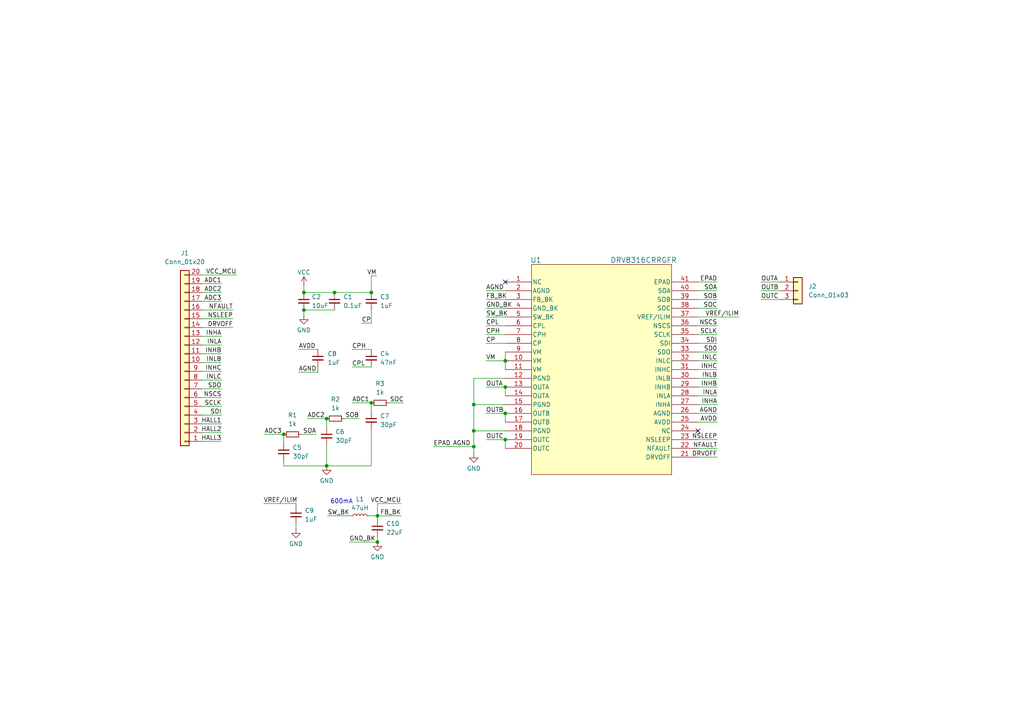
<source format=kicad_sch>
(kicad_sch (version 20240812) (generator "eeschema") (generator_version "8.99")
  (paper "A4")
  (title_block (title "MUREX MINIFOC ESC") (date "2024-10-07") (rev "V1.0") (company "MUREX ROBOTICS [Max Liu]") (comment 1 "// TECH FOR ALL ") (comment 2 "// THINK DIFFERENT") (comment 3 "and custom microcontroller design + firmware") (comment 4 "World's smallest, highest power density sensorless FOC ESC utilizing the DRV8316C"))
  (lib_symbols
    (symbol "2024-10-08_00-19-00:DRV8316CRRGFR" (pin_names (offset 0.254))
      (property "Reference" "U" (at 27.94 10.16 0))
      (property "Value" "DRV8316CRRGFR" (at 27.94 7.62 0))
      (symbol "DRV8316CRRGFR_0_1"
        (pin no_connect line (at 0 0 0) (length 7.62) (name "NC") (number "1"))
        (pin power_out line (at 0 -2.54 0) (length 7.62) (name "AGND") (number "2"))
        (pin power_in line (at 0 -5.08 0) (length 7.62) (name "FB_BK") (number "3"))
        (pin power_out line (at 0 -7.62 0) (length 7.62) (name "GND_BK") (number "4"))
        (pin power_in line (at 0 -10.16 0) (length 7.62) (name "SW_BK") (number "5"))
        (pin power_in line (at 0 -12.7 0) (length 7.62) (name "CPL") (number "6"))
        (pin power_in line (at 0 -15.24 0) (length 7.62) (name "CPH") (number "7"))
        (pin power_in line (at 0 -17.78 0) (length 7.62) (name "CP") (number "8"))
        (pin power_in line (at 0 -20.32 0) (length 7.62) (name "VM") (number "9"))
        (pin power_in line (at 0 -22.86 0) (length 7.62) (name "VM") (number "10"))
        (pin power_in line (at 0 -25.4 0) (length 7.62) (name "VM") (number "11"))
        (pin power_out line (at 0 -27.94 0) (length 7.62) (name "PGND") (number "12"))
        (pin power_in line (at 0 -30.48 0) (length 7.62) (name "OUTA") (number "13"))
        (pin power_in line (at 0 -33.02 0) (length 7.62) (name "OUTA") (number "14"))
        (pin power_out line (at 0 -35.56 0) (length 7.62) (name "PGND") (number "15"))
        (pin power_in line (at 0 -38.1 0) (length 7.62) (name "OUTB") (number "16"))
        (pin power_in line (at 0 -40.64 0) (length 7.62) (name "OUTB") (number "17"))
        (pin power_out line (at 0 -43.18 0) (length 7.62) (name "PGND") (number "18"))
        (pin power_in line (at 0 -45.72 0) (length 7.62) (name "OUTC") (number "19"))
        (pin power_in line (at 0 -48.26 0) (length 7.62) (name "OUTC") (number "20"))
        (pin power_out line (at 55.88 0 180) (length 7.62) (name "EPAD") (number "41"))
        (pin output line (at 55.88 -2.54 180) (length 7.62) (name "SOA") (number "40"))
        (pin output line (at 55.88 -5.08 180) (length 7.62) (name "SOB") (number "39"))
        (pin output line (at 55.88 -7.62 180) (length 7.62) (name "SOC") (number "38"))
        (pin power_in line (at 55.88 -10.16 180) (length 7.62) (name "VREF/ILIM") (number "37"))
        (pin input line (at 55.88 -12.7 180) (length 7.62) (name "NSCS") (number "36"))
        (pin input line (at 55.88 -15.24 180) (length 7.62) (name "SCLK") (number "35"))
        (pin input line (at 55.88 -17.78 180) (length 7.62) (name "SDI") (number "34"))
        (pin output line (at 55.88 -20.32 180) (length 7.62) (name "SDO") (number "33"))
        (pin input line (at 55.88 -22.86 180) (length 7.62) (name "INLC") (number "32"))
        (pin input line (at 55.88 -25.4 180) (length 7.62) (name "INHC") (number "31"))
        (pin input line (at 55.88 -27.94 180) (length 7.62) (name "INLB") (number "30"))
        (pin input line (at 55.88 -30.48 180) (length 7.62) (name "INHB") (number "29"))
        (pin input line (at 55.88 -33.02 180) (length 7.62) (name "INLA") (number "28"))
        (pin input line (at 55.88 -35.56 180) (length 7.62) (name "INHA") (number "27"))
        (pin power_out line (at 55.88 -38.1 180) (length 7.62) (name "AGND") (number "26"))
        (pin power_in line (at 55.88 -40.64 180) (length 7.62) (name "AVDD") (number "25"))
        (pin no_connect line (at 55.88 -43.18 180) (length 7.62) (name "NC") (number "24"))
        (pin input line (at 55.88 -45.72 180) (length 7.62) (name "NSLEEP") (number "23"))
        (pin output line (at 55.88 -48.26 180) (length 7.62) (name "NFAULT") (number "22"))
        (pin input line (at 55.88 -50.8 180) (length 7.62) (name "DRVOFF") (number "21"))
      )
      (symbol "DRV8316CRRGFR_1_1"
        (rectangle (start 7.62 5.08) (end 48.26 -55.88) (fill (type background)))
      )
    )
    (symbol "Connector_Generic:Conn_01x03" (pin_names (offset 1.016) hide)
      (property "Reference" "J" (at 0 5.08 0))
      (property "Value" "Conn_01x03" (at 0 -5.08 0))
      (symbol "Conn_01x03_1_1"
        (rectangle (start -1.27 3.81) (end 1.27 -3.81) (stroke (width 0.254)) (fill (type background)))
        (rectangle (start -1.27 2.667) (end 0 2.413) (stroke (width 0.1524)))
        (rectangle (start -1.27 0.127) (end 0 -0.127) (stroke (width 0.1524)))
        (rectangle (start -1.27 -2.413) (end 0 -2.667) (stroke (width 0.1524)))
        (pin passive line (at -5.08 2.54 0) (length 3.81) (name "Pin_1") (number "1"))
        (pin passive line (at -5.08 0 0) (length 3.81) (name "Pin_2") (number "2"))
        (pin passive line (at -5.08 -2.54 0) (length 3.81) (name "Pin_3") (number "3"))
      )
    )
    (symbol "Connector_Generic:Conn_01x20" (pin_names (offset 1.016) hide)
      (property "Reference" "J" (at 0 25.4 0))
      (property "Value" "Conn_01x20" (at 0 -27.94 0))
      (symbol "Conn_01x20_1_1"
        (rectangle (start -1.27 24.13) (end 1.27 -26.67) (stroke (width 0.254)) (fill (type background)))
        (rectangle (start -1.27 22.987) (end 0 22.733) (stroke (width 0.1524)))
        (rectangle (start -1.27 20.447) (end 0 20.193) (stroke (width 0.1524)))
        (rectangle (start -1.27 17.907) (end 0 17.653) (stroke (width 0.1524)))
        (rectangle (start -1.27 15.367) (end 0 15.113) (stroke (width 0.1524)))
        (rectangle (start -1.27 12.827) (end 0 12.573) (stroke (width 0.1524)))
        (rectangle (start -1.27 10.287) (end 0 10.033) (stroke (width 0.1524)))
        (rectangle (start -1.27 7.747) (end 0 7.493) (stroke (width 0.1524)))
        (rectangle (start -1.27 5.207) (end 0 4.953) (stroke (width 0.1524)))
        (rectangle (start -1.27 2.667) (end 0 2.413) (stroke (width 0.1524)))
        (rectangle (start -1.27 0.127) (end 0 -0.127) (stroke (width 0.1524)))
        (rectangle (start -1.27 -2.413) (end 0 -2.667) (stroke (width 0.1524)))
        (rectangle (start -1.27 -4.953) (end 0 -5.207) (stroke (width 0.1524)))
        (rectangle (start -1.27 -7.493) (end 0 -7.747) (stroke (width 0.1524)))
        (rectangle (start -1.27 -10.033) (end 0 -10.287) (stroke (width 0.1524)))
        (rectangle (start -1.27 -12.573) (end 0 -12.827) (stroke (width 0.1524)))
        (rectangle (start -1.27 -15.113) (end 0 -15.367) (stroke (width 0.1524)))
        (rectangle (start -1.27 -17.653) (end 0 -17.907) (stroke (width 0.1524)))
        (rectangle (start -1.27 -20.193) (end 0 -20.447) (stroke (width 0.1524)))
        (rectangle (start -1.27 -22.733) (end 0 -22.987) (stroke (width 0.1524)))
        (rectangle (start -1.27 -25.273) (end 0 -25.527) (stroke (width 0.1524)))
        (pin passive line (at -5.08 22.86 0) (length 3.81) (name "Pin_1") (number "1"))
        (pin passive line (at -5.08 20.32 0) (length 3.81) (name "Pin_2") (number "2"))
        (pin passive line (at -5.08 17.78 0) (length 3.81) (name "Pin_3") (number "3"))
        (pin passive line (at -5.08 15.24 0) (length 3.81) (name "Pin_4") (number "4"))
        (pin passive line (at -5.08 12.7 0) (length 3.81) (name "Pin_5") (number "5"))
        (pin passive line (at -5.08 10.16 0) (length 3.81) (name "Pin_6") (number "6"))
        (pin passive line (at -5.08 7.62 0) (length 3.81) (name "Pin_7") (number "7"))
        (pin passive line (at -5.08 5.08 0) (length 3.81) (name "Pin_8") (number "8"))
        (pin passive line (at -5.08 2.54 0) (length 3.81) (name "Pin_9") (number "9"))
        (pin passive line (at -5.08 0 0) (length 3.81) (name "Pin_10") (number "10"))
        (pin passive line (at -5.08 -2.54 0) (length 3.81) (name "Pin_11") (number "11"))
        (pin passive line (at -5.08 -5.08 0) (length 3.81) (name "Pin_12") (number "12"))
        (pin passive line (at -5.08 -7.62 0) (length 3.81) (name "Pin_13") (number "13"))
        (pin passive line (at -5.08 -10.16 0) (length 3.81) (name "Pin_14") (number "14"))
        (pin passive line (at -5.08 -12.7 0) (length 3.81) (name "Pin_15") (number "15"))
        (pin passive line (at -5.08 -15.24 0) (length 3.81) (name "Pin_16") (number "16"))
        (pin passive line (at -5.08 -17.78 0) (length 3.81) (name "Pin_17") (number "17"))
        (pin passive line (at -5.08 -20.32 0) (length 3.81) (name "Pin_18") (number "18"))
        (pin passive line (at -5.08 -22.86 0) (length 3.81) (name "Pin_19") (number "19"))
        (pin passive line (at -5.08 -25.4 0) (length 3.81) (name "Pin_20") (number "20"))
      )
    )
    (symbol "Device:C_Small" (pin_numbers hide) (pin_names (offset 0.254) hide)
      (property "Reference" "C" (at 0.254 1.778 0))
      (property "Value" "C_Small" (at 0.254 -2.032 0))
      (symbol "C_Small_0_1"
        (polyline (pts (xy -1.524 0.508) (xy 1.524 0.508)) (stroke (width 0.3048)))
        (polyline (pts (xy -1.524 -0.508) (xy 1.524 -0.508)) (stroke (width 0.3302)))
      )
      (symbol "C_Small_1_1"
        (pin passive line (at 0 2.54 270) (length 2.032) (name "~") (number "1"))
        (pin passive line (at 0 -2.54 90) (length 2.032) (name "~") (number "2"))
      )
    )
    (symbol "Device:L_Small" (pin_numbers hide) (pin_names (offset 0.254) hide)
      (property "Reference" "L" (at 0.762 1.016 0))
      (property "Value" "L_Small" (at 0.762 -1.016 0))
      (symbol "L_Small_0_1"
        (arc (start 0 2.032) (mid 0.5058 1.524) (end 0 1.016))
        (arc (start 0 1.016) (mid 0.5058 0.508) (end 0 0))
        (arc (start 0 0) (mid 0.5058 -0.508) (end 0 -1.016))
        (arc (start 0 -1.016) (mid 0.5058 -1.524) (end 0 -2.032))
      )
      (symbol "L_Small_1_1"
        (pin passive line (at 0 2.54 270) (length 0.508) (name "~") (number "1"))
        (pin passive line (at 0 -2.54 90) (length 0.508) (name "~") (number "2"))
      )
    )
    (symbol "Device:R_Small" (pin_numbers hide) (pin_names (offset 0.254) hide)
      (property "Reference" "R" (at 0.762 0.508 0))
      (property "Value" "R_Small" (at 0.762 -1.016 0))
      (symbol "R_Small_0_1"
        (rectangle (start -0.762 1.778) (end 0.762 -1.778) (stroke (width 0.2032)))
      )
      (symbol "R_Small_1_1"
        (pin passive line (at 0 2.54 270) (length 0.762) (name "~") (number "1"))
        (pin passive line (at 0 -2.54 90) (length 0.762) (name "~") (number "2"))
      )
    )
    (symbol "power:GND" (power) (pin_numbers hide) (pin_names (offset 0) hide)
      (property "Value" "GND" (at 0 -3.81 0))
      (symbol "GND_0_1"
        (polyline (pts (xy 0 0) (xy 0 -1.27) (xy 1.27 -1.27) (xy 0 -2.54) (xy -1.27 -1.27) (xy 0 -1.27)))
      )
      (symbol "GND_1_1"
        (pin power_in line (at 0 0 270) (length 0) (name "~") (number "1"))
      )
    )
    (symbol "power:VCC" (power) (pin_numbers hide) (pin_names (offset 0) hide)
      (property "Value" "VCC" (at 0 3.556 0))
      (symbol "VCC_0_1"
        (polyline (pts (xy -0.762 1.27) (xy 0 2.54)))
        (polyline (pts (xy 0 2.54) (xy 0.762 1.27)))
        (polyline (pts (xy 0 0) (xy 0 2.54)))
      )
      (symbol "VCC_1_1"
        (pin power_in line (at 0 0 90) (length 0) (name "~") (number "1"))
      )
    )
  )
  (text "600mA" (at 99.06 145.542 0) (effects (font (size 1.27 1.27))))
  (junction (at 146.558 112.268))
  (junction (at 82.296 125.984))
  (junction (at 146.558 127.508))
  (junction (at 107.696 84.836))
  (junction (at 88.138 84.836))
  (junction (at 137.414 129.54))
  (junction (at 94.742 135.128))
  (junction (at 137.414 124.968))
  (junction (at 146.558 104.648))
  (junction (at 97.028 84.836))
  (junction (at 146.558 119.888))
  (junction (at 94.742 121.412))
  (junction (at 107.696 116.84))
  (junction (at 109.474 149.606))
  (junction (at 137.414 117.348))
  (junction (at 88.138 89.916))
  (junction (at 109.474 157.226))
  (no_connect (at 146.558 81.788))
  (no_connect (at 202.438 124.968))
  (wire (pts (xy 64.262 128.016) (xy 58.674 128.016)))
  (wire (pts (xy 146.558 104.648) (xy 146.558 107.188)))
  (wire (pts (xy 109.474 155.702) (xy 109.474 157.226)))
  (wire (pts (xy 140.97 94.488) (xy 146.558 94.488)))
  (wire (pts (xy 140.97 104.648) (xy 146.558 104.648)))
  (wire (pts (xy 64.262 115.316) (xy 58.674 115.316)))
  (wire (pts (xy 94.742 121.412) (xy 94.742 123.952)))
  (wire (pts (xy 102.108 116.84) (xy 107.696 116.84)))
  (wire (pts (xy 146.558 127.508) (xy 146.558 130.048)))
  (wire (pts (xy 109.474 146.05) (xy 109.474 149.606)))
  (wire (pts (xy 208.026 109.728) (xy 202.438 109.728)))
  (wire (pts (xy 82.296 125.984) (xy 82.296 128.524)))
  (wire (pts (xy 140.97 119.888) (xy 146.558 119.888)))
  (wire (pts (xy 109.22 80.01) (xy 107.696 80.01)))
  (wire (pts (xy 85.852 151.892) (xy 85.852 153.416)))
  (wire (pts (xy 140.97 89.408) (xy 146.558 89.408)))
  (wire (pts (xy 64.262 102.616) (xy 58.674 102.616)))
  (wire (pts (xy 146.558 102.108) (xy 146.558 104.648)))
  (wire (pts (xy 208.026 117.348) (xy 202.438 117.348)))
  (wire (pts (xy 220.726 86.868) (xy 226.314 86.868)))
  (wire (pts (xy 88.138 89.916) (xy 97.028 89.916)))
  (wire (pts (xy 107.696 80.01) (xy 107.696 84.836)))
  (wire (pts (xy 88.138 89.916) (xy 88.138 91.44)))
  (wire (pts (xy 64.262 122.936) (xy 58.674 122.936)))
  (wire (pts (xy 140.97 97.028) (xy 146.558 97.028)))
  (wire (pts (xy 208.026 94.488) (xy 202.438 94.488)))
  (wire (pts (xy 208.026 81.788) (xy 202.438 81.788)))
  (wire (pts (xy 87.376 125.984) (xy 91.694 125.984)))
  (wire (pts (xy 208.026 130.048) (xy 202.438 130.048)))
  (wire (pts (xy 140.97 86.868) (xy 146.558 86.868)))
  (wire (pts (xy 58.674 94.996) (xy 67.564 94.996)))
  (wire (pts (xy 220.726 84.328) (xy 226.314 84.328)))
  (wire (pts (xy 109.474 149.606) (xy 109.474 150.622)))
  (wire (pts (xy 208.026 104.648) (xy 202.438 104.648)))
  (wire (pts (xy 64.262 100.076) (xy 58.674 100.076)))
  (wire (pts (xy 94.996 149.606) (xy 101.854 149.606)))
  (wire (pts (xy 112.776 116.84) (xy 117.094 116.84)))
  (wire (pts (xy 146.558 117.348) (xy 137.414 117.348)))
  (wire (pts (xy 64.262 112.776) (xy 58.674 112.776)))
  (wire (pts (xy 92.202 106.426) (xy 92.202 107.95)))
  (wire (pts (xy 64.262 120.396) (xy 58.674 120.396)))
  (wire (pts (xy 208.026 127.508) (xy 202.438 127.508)))
  (wire (pts (xy 88.138 82.804) (xy 88.138 84.836)))
  (wire (pts (xy 146.558 119.888) (xy 146.558 122.428)))
  (wire (pts (xy 208.026 102.108) (xy 202.438 102.108)))
  (wire (pts (xy 109.474 149.606) (xy 116.332 149.606)))
  (wire (pts (xy 64.262 125.476) (xy 58.674 125.476)))
  (wire (pts (xy 208.026 119.888) (xy 202.438 119.888)))
  (wire (pts (xy 208.026 114.808) (xy 202.438 114.808)))
  (wire (pts (xy 146.558 112.268) (xy 146.558 114.808)))
  (wire (pts (xy 202.438 91.948) (xy 214.376 91.948)))
  (wire (pts (xy 64.262 105.156) (xy 58.674 105.156)))
  (wire (pts (xy 208.026 122.428) (xy 202.438 122.428)))
  (wire (pts (xy 140.97 112.268) (xy 146.558 112.268)))
  (wire (pts (xy 64.262 82.296) (xy 58.674 82.296)))
  (wire (pts (xy 102.108 101.346) (xy 107.696 101.346)))
  (wire (pts (xy 208.026 84.328) (xy 202.438 84.328)))
  (wire (pts (xy 208.026 112.268) (xy 202.438 112.268)))
  (wire (pts (xy 208.026 107.188) (xy 202.438 107.188)))
  (wire (pts (xy 58.674 92.456) (xy 67.564 92.456)))
  (wire (pts (xy 64.262 110.236) (xy 58.674 110.236)))
  (wire (pts (xy 88.138 84.836) (xy 97.028 84.836)))
  (wire (pts (xy 64.262 117.856) (xy 58.674 117.856)))
  (wire (pts (xy 64.262 97.536) (xy 58.674 97.536)))
  (wire (pts (xy 104.902 93.726) (xy 107.696 93.726)))
  (wire (pts (xy 137.414 117.348) (xy 137.414 124.968)))
  (wire (pts (xy 107.696 93.726) (xy 107.696 89.916)))
  (wire (pts (xy 94.742 135.128) (xy 82.296 135.128)))
  (wire (pts (xy 107.696 124.46) (xy 107.696 135.128)))
  (wire (pts (xy 137.414 129.54) (xy 137.414 131.572)))
  (wire (pts (xy 64.262 84.836) (xy 58.674 84.836)))
  (wire (pts (xy 97.028 84.836) (xy 107.696 84.836)))
  (wire (pts (xy 85.852 146.05) (xy 85.852 146.812)))
  (wire (pts (xy 101.346 157.226) (xy 109.474 157.226)))
  (wire (pts (xy 82.296 133.604) (xy 82.296 135.128)))
  (wire (pts (xy 137.414 109.728) (xy 137.414 117.348)))
  (wire (pts (xy 137.414 124.968) (xy 137.414 129.54)))
  (wire (pts (xy 89.154 121.412) (xy 94.742 121.412)))
  (wire (pts (xy 58.674 89.916) (xy 67.564 89.916)))
  (wire (pts (xy 86.614 107.95) (xy 92.202 107.95)))
  (wire (pts (xy 146.558 124.968) (xy 137.414 124.968)))
  (wire (pts (xy 64.262 107.696) (xy 58.674 107.696)))
  (wire (pts (xy 140.97 127.508) (xy 146.558 127.508)))
  (wire (pts (xy 208.026 89.408) (xy 202.438 89.408)))
  (wire (pts (xy 76.708 125.984) (xy 82.296 125.984)))
  (wire (pts (xy 208.026 99.568) (xy 202.438 99.568)))
  (wire (pts (xy 125.73 129.54) (xy 137.414 129.54)))
  (wire (pts (xy 106.934 149.606) (xy 109.474 149.606)))
  (wire (pts (xy 140.97 91.948) (xy 146.558 91.948)))
  (wire (pts (xy 208.026 132.588) (xy 202.438 132.588)))
  (wire (pts (xy 208.026 97.028) (xy 202.438 97.028)))
  (wire (pts (xy 64.262 87.376) (xy 58.674 87.376)))
  (wire (pts (xy 140.97 84.328) (xy 146.558 84.328)))
  (wire (pts (xy 76.454 146.05) (xy 85.852 146.05)))
  (wire (pts (xy 107.696 116.84) (xy 107.696 119.38)))
  (wire (pts (xy 146.558 109.728) (xy 137.414 109.728)))
  (wire (pts (xy 94.742 129.032) (xy 94.742 135.128)))
  (wire (pts (xy 208.026 86.868) (xy 202.438 86.868)))
  (wire (pts (xy 58.674 79.756) (xy 68.58 79.756)))
  (wire (pts (xy 102.108 106.426) (xy 107.696 106.426)))
  (wire (pts (xy 220.726 81.788) (xy 226.314 81.788)))
  (wire (pts (xy 140.97 99.568) (xy 146.558 99.568)))
  (wire (pts (xy 99.822 121.412) (xy 104.14 121.412)))
  (wire (pts (xy 107.696 135.128) (xy 94.742 135.128)))
  (wire (pts (xy 86.614 101.346) (xy 92.202 101.346)))
  (wire (pts (xy 116.332 146.05) (xy 109.474 146.05)))
  (label "VCC_MCU" (at 68.58 79.756 180))
  (label "HALL1" (at 64.262 122.936 180))
  (label "NSCS" (at 208.026 94.488 180))
  (label "GND_BK" (at 101.346 157.226 0))
  (label "SDI" (at 64.262 120.396 180))
  (label "AVDD" (at 86.614 101.346 0))
  (label "SW_BK" (at 94.996 149.606 0))
  (label "EPAD" (at 208.026 81.788 180))
  (label "NSLEEP" (at 67.564 92.456 180))
  (label "NSLEEP" (at 208.026 127.508 180))
  (label "INHC" (at 208.026 107.188 180))
  (label "VCC_MCU" (at 116.332 146.05 180))
  (label "SOA" (at 91.694 125.984 180))
  (label "DRVOFF" (at 208.026 132.588 180))
  (label "CPH" (at 102.108 101.346 0))
  (label "FB_BK" (at 116.332 149.606 180))
  (label "OUTC" (at 220.726 86.868 0))
  (label "CP" (at 104.902 93.726 0))
  (label "OUTB" (at 140.97 119.888 0))
  (label "ADC3" (at 76.708 125.984 0))
  (label "HALL3" (at 64.262 128.016 180))
  (label "VM" (at 109.22 80.01 180))
  (label "ADC2" (at 89.154 121.412 0))
  (label "INLB" (at 208.026 109.728 180))
  (label "OUTB" (at 220.726 84.328 0))
  (label "SDI" (at 208.026 99.568 180))
  (label "AGND" (at 140.97 84.328 0))
  (label "SOC" (at 117.094 116.84 180))
  (label "INLA" (at 208.026 114.808 180))
  (label "SW_BK" (at 140.97 91.948 0))
  (label "DRVOFF" (at 67.564 94.996 180))
  (label "SCLK" (at 64.262 117.856 180))
  (label "EPAD" (at 125.73 129.54 0))
  (label "HALL2" (at 64.262 125.476 180))
  (label "INLA" (at 64.262 100.076 180))
  (label "ADC1" (at 102.108 116.84 0))
  (label "SDO" (at 64.262 112.776 180))
  (label "INLB" (at 64.262 105.156 180))
  (label "AGND" (at 86.614 107.95 0))
  (label "CPL" (at 140.97 94.488 0))
  (label "INHA" (at 64.262 97.536 180))
  (label "AVDD" (at 208.026 122.428 180))
  (label "INHA" (at 208.026 117.348 180))
  (label "VM" (at 140.97 104.648 0))
  (label "ADC2" (at 64.262 84.836 180))
  (label "CPL" (at 102.108 106.426 0))
  (label "INHB" (at 64.262 102.616 180))
  (label "NFAULT" (at 67.564 89.916 180))
  (label "ADC3" (at 64.262 87.376 180))
  (label "VREF{slash}ILIM" (at 214.376 91.948 180))
  (label "SOB" (at 104.14 121.412 180))
  (label "CP" (at 140.97 99.568 0))
  (label "ADC1" (at 64.262 82.296 180))
  (label "SD0" (at 208.026 102.108 180))
  (label "FB_BK" (at 140.97 86.868 0))
  (label "SCLK" (at 208.026 97.028 180))
  (label "VREF{slash}ILIM" (at 76.454 146.05 0))
  (label "OUTC" (at 140.97 127.508 0))
  (label "SOC" (at 208.026 89.408 180))
  (label "OUTA" (at 140.97 112.268 0))
  (label "INLC" (at 64.262 110.236 180))
  (label "SOA" (at 208.026 84.328 180))
  (label "AGND" (at 208.026 119.888 180))
  (label "GND_BK" (at 140.97 89.408 0))
  (label "AGND" (at 131.318 129.54 0))
  (label "INHC" (at 64.262 107.696 180))
  (label "OUTA" (at 220.726 81.788 0))
  (label "CPH" (at 140.97 97.028 0))
  (label "INLC" (at 208.026 104.648 180))
  (label "INHB" (at 208.026 112.268 180))
  (label "NSCS" (at 64.262 115.316 180))
  (label "SOB" (at 208.026 86.868 180))
  (label "NFAULT" (at 208.026 130.048 180))
  (symbol (lib_id "Device:C_Small") (at 92.202 103.886 0) (unit 1)
    (property "Reference" "C8" (at 94.996 102.6223 0) (effects (justify left)))
    (property "Value" "1uF" (at 94.996 105.1623 0) (effects (justify left)))
    (property "Description" "Unpolarized capacitor, small symbol" (effects (hide yes)))
  )
  (symbol (lib_id "Device:C_Small") (at 97.028 87.376 0) (unit 1)
    (property "Reference" "C1" (at 99.568 86.106 0) (effects (justify left)))
    (property "Value" "0.1uF" (at 99.568 88.646 0) (effects (justify left)))
    (property "Description" "Unpolarized capacitor, small symbol" (effects (hide yes)))
  )
  (symbol (lib_id "Device:C_Small") (at 107.696 103.886 0) (unit 1)
    (property "Reference" "C4" (at 110.236 102.616 0) (effects (justify left)))
    (property "Value" "47nF" (at 110.236 105.156 0) (effects (justify left)))
    (property "Description" "Unpolarized capacitor, small symbol" (effects (hide yes)))
  )
  (symbol (lib_id "Device:C_Small") (at 109.474 153.162 0) (unit 1)
    (property "Reference" "C10" (at 112.014 151.892 0) (effects (justify left)))
    (property "Value" "22uF" (at 112.014 154.432 0) (effects (justify left)))
    (property "Description" "Unpolarized capacitor, small symbol" (effects (hide yes)))
  )
  (symbol (lib_id "power:GND") (at 137.414 131.572 0) (unit 1)
    (property "Reference" "#PWR01" (effects (hide yes)))
    (property "Value" "GND" (at 137.414 135.89 0))
    (property "Description" "Power symbol creates a global label with name \"GND\" , ground" (effects (hide yes)))
  )
  (symbol (lib_id "power:GND") (at 94.742 135.128 0) (unit 1)
    (property "Reference" "#PWR04" (effects (hide yes)))
    (property "Value" "GND" (at 94.742 139.446 0))
    (property "Description" "Power symbol creates a global label with name \"GND\" , ground" (effects (hide yes)))
  )
  (symbol (lib_id "Device:L_Small") (at 104.394 149.606 90) (unit 1)
    (property "Reference" "L1" (at 104.394 144.78 90))
    (property "Value" "47uH" (at 104.394 147.32 90))
    (property "Description" "Inductor, small symbol" (effects (hide yes)))
  )
  (symbol (lib_id "Device:R_Small") (at 110.236 116.84 90) (unit 1)
    (property "Reference" "R3" (at 110.236 111.252 90))
    (property "Value" "1k" (at 110.236 113.792 90))
    (property "Description" "Resistor, small symbol" (effects (hide yes)))
  )
  (symbol (lib_id "Device:R_Small") (at 97.282 121.412 90) (unit 1)
    (property "Reference" "R2" (at 97.282 115.824 90))
    (property "Value" "1k" (at 97.282 118.364 90))
    (property "Description" "Resistor, small symbol" (effects (hide yes)))
  )
  (symbol (lib_id "power:GND") (at 109.474 157.226 0) (unit 1)
    (property "Reference" "#PWR06" (effects (hide yes)))
    (property "Value" "GND" (at 109.474 161.544 0))
    (property "Description" "Power symbol creates a global label with name \"GND\" , ground" (effects (hide yes)))
  )
  (symbol (lib_id "2024-10-08_00-19-00:DRV8316CRRGFR") (at 146.558 81.788 0) (unit 1)
    (property "Reference" "U1" (at 155.448 75.438 0) (effects (font (size 1.524 1.524))))
    (property "Value" "DRV8316CRRGFR" (at 186.69 75.438 0) (effects (font (size 1.524 1.524))))
    (property "Footprint" "VQFN40_RGF_TEX" (effects (hide yes)))
    (property "Datasheet" "DRV8316CRRGFR" (effects (hide yes)))
  )
  (symbol (lib_id "Device:C_Small") (at 85.852 149.352 0) (unit 1)
    (property "Reference" "C9" (at 88.392 148.0883 0) (effects (justify left)))
    (property "Value" "1uF" (at 88.392 150.6283 0) (effects (justify left)))
    (property "Description" "Unpolarized capacitor, small symbol" (effects (hide yes)))
  )
  (symbol (lib_id "Device:C_Small") (at 107.696 121.92 0) (unit 1)
    (property "Reference" "C7" (at 110.236 120.6563 0) (effects (justify left)))
    (property "Value" "30pF" (at 110.236 123.1963 0) (effects (justify left)))
    (property "Description" "Unpolarized capacitor, small symbol" (effects (hide yes)))
  )
  (symbol (lib_id "power:GND") (at 85.852 153.416 0) (unit 1)
    (property "Reference" "#PWR05" (effects (hide yes)))
    (property "Value" "GND" (at 85.852 157.734 0))
    (property "Description" "Power symbol creates a global label with name \"GND\" , ground" (effects (hide yes)))
  )
  (symbol (lib_id "Connector_Generic:Conn_01x20") (at 53.594 105.156 180) (unit 1)
    (property "Reference" "J1" (at 53.594 73.406 0))
    (property "Value" "Conn_01x20" (at 53.594 75.946 0))
    (property "Description" "Generic connector, single row, 01x20, script generated (kicad-library-utils/schlib/autogen/connector/)" (effects (hide yes)))
  )
  (symbol (lib_id "Device:C_Small") (at 88.138 87.376 0) (unit 1)
    (property "Reference" "C2" (at 90.424 86.106 0) (effects (justify left)))
    (property "Value" "10uF" (at 90.424 88.646 0) (effects (justify left)))
    (property "Description" "Unpolarized capacitor, small symbol" (effects (hide yes)))
  )
  (symbol (lib_id "power:GND") (at 88.138 91.44 0) (unit 1)
    (property "Reference" "#PWR03" (effects (hide yes)))
    (property "Value" "GND" (at 88.138 95.758 0))
    (property "Description" "Power symbol creates a global label with name \"GND\" , ground" (effects (hide yes)))
  )
  (symbol (lib_id "Device:C_Small") (at 82.296 131.064 0) (unit 1)
    (property "Reference" "C5" (at 84.836 129.8003 0) (effects (justify left)))
    (property "Value" "30pF" (at 84.836 132.3403 0) (effects (justify left)))
    (property "Description" "Unpolarized capacitor, small symbol" (effects (hide yes)))
  )
  (symbol (lib_id "power:VCC") (at 88.138 82.804 0) (unit 1)
    (property "Reference" "#PWR02" (effects (hide yes)))
    (property "Value" "VCC" (at 88.138 78.994 0))
    (property "Description" "Power symbol creates a global label with name \"VCC\"" (effects (hide yes)))
  )
  (symbol (lib_id "Device:C_Small") (at 107.696 87.376 0) (unit 1)
    (property "Reference" "C3" (at 110.236 86.106 0) (effects (justify left)))
    (property "Value" "1uF" (at 110.236 88.646 0) (effects (justify left)))
    (property "Description" "Unpolarized capacitor, small symbol" (effects (hide yes)))
  )
  (symbol (lib_id "Connector_Generic:Conn_01x03") (at 231.394 84.328 0) (unit 1)
    (property "Reference" "J2" (at 234.442 83.058 0) (effects (justify left)))
    (property "Value" "Conn_01x03" (at 234.442 85.598 0) (effects (justify left)))
    (property "Description" "Generic connector, single row, 01x03, script generated (kicad-library-utils/schlib/autogen/connector/)" (effects (hide yes)))
  )
  (symbol (lib_id "Device:C_Small") (at 94.742 126.492 0) (unit 1)
    (property "Reference" "C6" (at 97.282 125.2283 0) (effects (justify left)))
    (property "Value" "30pF" (at 97.282 127.7683 0) (effects (justify left)))
    (property "Description" "Unpolarized capacitor, small symbol" (effects (hide yes)))
  )
  (symbol (lib_id "Device:R_Small") (at 84.836 125.984 90) (unit 1)
    (property "Reference" "R1" (at 84.836 120.396 90))
    (property "Value" "1k" (at 84.836 122.936 90))
    (property "Description" "Resistor, small symbol" (effects (hide yes)))
  )
)
</source>
